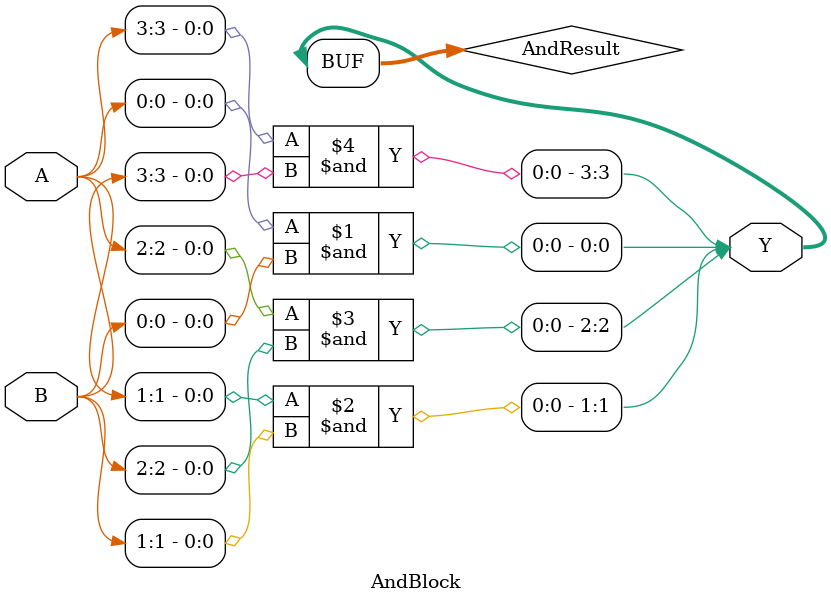
<source format=v>
module AndBlock (
    input [3:0] A,
    input [3:0] B,
    output [3:0] Y
);
    wire [3:0] AndResult;

    and andgate1(AndResult[0], A[0], B[0]);
    and andgate2(AndResult[1], A[1], B[1]);
    and andgate3(AndResult[2], A[2], B[2]);
    and andgate4(AndResult[3], A[3], B[3]);

    assign Y = AndResult;
endmodule

</source>
